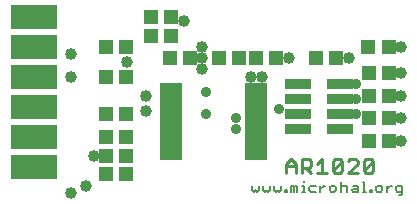
<source format=gts>
G75*
%MOIN*%
%OFA0B0*%
%FSLAX25Y25*%
%IPPOS*%
%LPD*%
%AMOC8*
5,1,8,0,0,1.08239X$1,22.5*
%
%ADD10C,0.00900*%
%ADD11C,0.00700*%
%ADD12R,0.04934X0.05052*%
%ADD13R,0.04737X0.05131*%
%ADD14R,0.07690X0.02572*%
%ADD15R,0.08871X0.03792*%
%ADD16R,0.15800X0.08400*%
%ADD17C,0.03975*%
%ADD18C,0.03581*%
D10*
X0104700Y0014750D02*
X0104700Y0017886D01*
X0106268Y0019454D01*
X0107836Y0017886D01*
X0107836Y0014750D01*
X0109856Y0014750D02*
X0109856Y0019454D01*
X0112208Y0019454D01*
X0112992Y0018670D01*
X0112992Y0017102D01*
X0112208Y0016318D01*
X0109856Y0016318D01*
X0111424Y0016318D02*
X0112992Y0014750D01*
X0115013Y0014750D02*
X0118149Y0014750D01*
X0116581Y0014750D02*
X0116581Y0019454D01*
X0115013Y0017886D01*
X0120169Y0018670D02*
X0120169Y0015534D01*
X0123305Y0018670D01*
X0123305Y0015534D01*
X0122521Y0014750D01*
X0120953Y0014750D01*
X0120169Y0015534D01*
X0120169Y0018670D02*
X0120953Y0019454D01*
X0122521Y0019454D01*
X0123305Y0018670D01*
X0125326Y0018670D02*
X0126110Y0019454D01*
X0127678Y0019454D01*
X0128462Y0018670D01*
X0128462Y0017886D01*
X0125326Y0014750D01*
X0128462Y0014750D01*
X0130482Y0015534D02*
X0133618Y0018670D01*
X0133618Y0015534D01*
X0132834Y0014750D01*
X0131266Y0014750D01*
X0130482Y0015534D01*
X0130482Y0018670D01*
X0131266Y0019454D01*
X0132834Y0019454D01*
X0133618Y0018670D01*
X0107836Y0017102D02*
X0104700Y0017102D01*
D11*
X0110475Y0012253D02*
X0110475Y0011703D01*
X0110475Y0010602D02*
X0110475Y0008400D01*
X0111025Y0008400D02*
X0109924Y0008400D01*
X0108443Y0008400D02*
X0108443Y0010051D01*
X0107892Y0010602D01*
X0107342Y0010051D01*
X0107342Y0008400D01*
X0106241Y0008400D02*
X0106241Y0010602D01*
X0106791Y0010602D01*
X0107342Y0010051D01*
X0104950Y0008950D02*
X0104950Y0008400D01*
X0104399Y0008400D01*
X0104399Y0008950D01*
X0104950Y0008950D01*
X0102918Y0008950D02*
X0102368Y0008400D01*
X0101817Y0008950D01*
X0101267Y0008400D01*
X0100716Y0008950D01*
X0100716Y0010602D01*
X0099235Y0010602D02*
X0099235Y0008950D01*
X0098685Y0008400D01*
X0098134Y0008950D01*
X0097584Y0008400D01*
X0097033Y0008950D01*
X0097033Y0010602D01*
X0095552Y0010602D02*
X0095552Y0008950D01*
X0095001Y0008400D01*
X0094451Y0008950D01*
X0093900Y0008400D01*
X0093350Y0008950D01*
X0093350Y0010602D01*
X0102918Y0010602D02*
X0102918Y0008950D01*
X0109924Y0010602D02*
X0110475Y0010602D01*
X0112380Y0010051D02*
X0112380Y0008950D01*
X0112930Y0008400D01*
X0114581Y0008400D01*
X0116063Y0008400D02*
X0116063Y0010602D01*
X0117164Y0010602D02*
X0117714Y0010602D01*
X0117164Y0010602D02*
X0116063Y0009501D01*
X0114581Y0010602D02*
X0112930Y0010602D01*
X0112380Y0010051D01*
X0119132Y0010051D02*
X0119132Y0008950D01*
X0119682Y0008400D01*
X0120783Y0008400D01*
X0121334Y0008950D01*
X0121334Y0010051D01*
X0120783Y0010602D01*
X0119682Y0010602D01*
X0119132Y0010051D01*
X0122815Y0010051D02*
X0123366Y0010602D01*
X0124467Y0010602D01*
X0125017Y0010051D01*
X0125017Y0008400D01*
X0126498Y0008950D02*
X0127049Y0009501D01*
X0128700Y0009501D01*
X0128700Y0010051D02*
X0128700Y0008400D01*
X0127049Y0008400D01*
X0126498Y0008950D01*
X0128150Y0010602D02*
X0128700Y0010051D01*
X0128150Y0010602D02*
X0127049Y0010602D01*
X0130181Y0011703D02*
X0130732Y0011703D01*
X0130732Y0008400D01*
X0131282Y0008400D02*
X0130181Y0008400D01*
X0132637Y0008400D02*
X0133187Y0008400D01*
X0133187Y0008950D01*
X0132637Y0008950D01*
X0132637Y0008400D01*
X0134478Y0008950D02*
X0135029Y0008400D01*
X0136130Y0008400D01*
X0136680Y0008950D01*
X0136680Y0010051D01*
X0136130Y0010602D01*
X0135029Y0010602D01*
X0134478Y0010051D01*
X0134478Y0008950D01*
X0138162Y0008400D02*
X0138162Y0010602D01*
X0139263Y0010602D02*
X0139813Y0010602D01*
X0139263Y0010602D02*
X0138162Y0009501D01*
X0141231Y0010051D02*
X0141231Y0008950D01*
X0141781Y0008400D01*
X0143433Y0008400D01*
X0143433Y0007850D02*
X0143433Y0010602D01*
X0141781Y0010602D01*
X0141231Y0010051D01*
X0143433Y0007850D02*
X0142882Y0007299D01*
X0142332Y0007299D01*
X0122815Y0008400D02*
X0122815Y0011703D01*
D12*
X0121445Y0053050D03*
X0114555Y0053050D03*
X0101445Y0053050D03*
X0094555Y0053050D03*
X0072695Y0053050D03*
X0065805Y0053050D03*
X0066445Y0066800D03*
X0059555Y0066800D03*
X0132055Y0056800D03*
X0138945Y0056800D03*
D13*
X0138846Y0048050D03*
X0132154Y0048050D03*
X0132154Y0040550D03*
X0138846Y0040550D03*
X0138846Y0033050D03*
X0132154Y0033050D03*
X0132154Y0025550D03*
X0138846Y0025550D03*
X0088846Y0053050D03*
X0082154Y0053050D03*
X0066346Y0060550D03*
X0059654Y0060550D03*
X0051346Y0056800D03*
X0044654Y0056800D03*
X0044654Y0046800D03*
X0051346Y0046800D03*
X0051346Y0034300D03*
X0044654Y0034300D03*
X0044654Y0026800D03*
X0051346Y0026800D03*
X0051346Y0020550D03*
X0044654Y0020550D03*
X0044654Y0014300D03*
X0051346Y0014300D03*
D14*
X0066327Y0020284D03*
X0066327Y0022843D03*
X0066327Y0025402D03*
X0066327Y0027961D03*
X0066327Y0030520D03*
X0066327Y0033080D03*
X0066327Y0035639D03*
X0066327Y0038198D03*
X0066327Y0040757D03*
X0066327Y0043316D03*
X0094673Y0043316D03*
X0094673Y0040757D03*
X0094673Y0038198D03*
X0094673Y0035639D03*
X0094673Y0033080D03*
X0094673Y0030520D03*
X0094673Y0027961D03*
X0094673Y0025402D03*
X0094673Y0022843D03*
X0094673Y0020284D03*
D15*
X0108492Y0029300D03*
X0108492Y0034300D03*
X0108492Y0039300D03*
X0108492Y0044300D03*
X0122508Y0044300D03*
X0122508Y0039300D03*
X0122508Y0034300D03*
X0122508Y0029300D03*
D16*
X0020500Y0026800D03*
X0020500Y0016800D03*
X0020500Y0036800D03*
X0020500Y0046800D03*
X0020500Y0056800D03*
X0020500Y0066800D03*
D17*
X0033000Y0008050D03*
X0038000Y0010550D03*
X0040500Y0020550D03*
X0058000Y0035550D03*
X0058000Y0040550D03*
X0076750Y0049300D03*
X0076750Y0053050D03*
X0076750Y0056800D03*
X0070500Y0065550D03*
X0051750Y0051800D03*
X0033000Y0054300D03*
X0033000Y0046800D03*
X0093000Y0046800D03*
X0096750Y0046800D03*
X0105500Y0053050D03*
X0125500Y0053050D03*
X0143000Y0056800D03*
X0143000Y0048050D03*
X0143000Y0040550D03*
X0143000Y0033050D03*
X0143000Y0025550D03*
D18*
X0128000Y0034300D03*
X0128000Y0039300D03*
X0128000Y0044300D03*
X0102150Y0036250D03*
X0088000Y0033050D03*
X0088000Y0029300D03*
X0078000Y0034300D03*
X0078000Y0041800D03*
M02*

</source>
